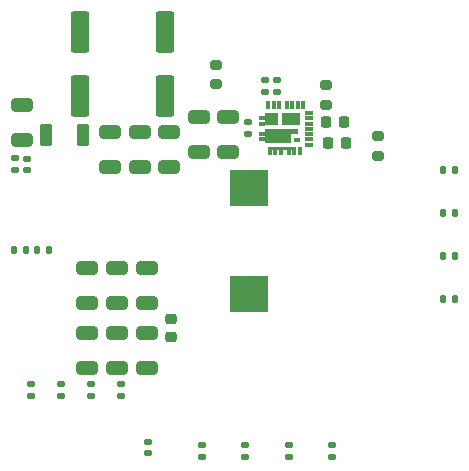
<source format=gtp>
%TF.GenerationSoftware,KiCad,Pcbnew,6.0.1-79c1e3a40b~116~ubuntu20.04.1*%
%TF.CreationDate,2022-01-22T21:44:09+01:00*%
%TF.ProjectId,Step_Down_Converter,53746570-5f44-46f7-976e-5f436f6e7665,rev?*%
%TF.SameCoordinates,Original*%
%TF.FileFunction,Paste,Top*%
%TF.FilePolarity,Positive*%
%FSLAX46Y46*%
G04 Gerber Fmt 4.6, Leading zero omitted, Abs format (unit mm)*
G04 Created by KiCad (PCBNEW 6.0.1-79c1e3a40b~116~ubuntu20.04.1) date 2022-01-22 21:44:09*
%MOMM*%
%LPD*%
G01*
G04 APERTURE LIST*
G04 Aperture macros list*
%AMRoundRect*
0 Rectangle with rounded corners*
0 $1 Rounding radius*
0 $2 $3 $4 $5 $6 $7 $8 $9 X,Y pos of 4 corners*
0 Add a 4 corners polygon primitive as box body*
4,1,4,$2,$3,$4,$5,$6,$7,$8,$9,$2,$3,0*
0 Add four circle primitives for the rounded corners*
1,1,$1+$1,$2,$3*
1,1,$1+$1,$4,$5*
1,1,$1+$1,$6,$7*
1,1,$1+$1,$8,$9*
0 Add four rect primitives between the rounded corners*
20,1,$1+$1,$2,$3,$4,$5,0*
20,1,$1+$1,$4,$5,$6,$7,0*
20,1,$1+$1,$6,$7,$8,$9,0*
20,1,$1+$1,$8,$9,$2,$3,0*%
%AMFreePoly0*
4,1,16,2.200035,0.362535,2.200050,0.362500,2.200050,0.087500,2.200035,0.087465,2.200000,0.087450,0.150000,0.087450,0.150000,-0.362500,-0.150000,-0.362500,-0.150000,0.087450,-0.150035,0.087465,-0.150050,0.087500,-0.150050,0.362500,-0.150035,0.362535,-0.150000,0.362550,2.200000,0.362550,2.200035,0.362535,2.200035,0.362535,$1*%
%AMFreePoly1*
4,1,13,0.500035,0.950035,0.500050,0.950000,0.500050,-0.625000,0.500035,-0.625035,0.500000,-0.625050,-0.550000,-0.625050,-0.550035,-0.625035,-0.550050,-0.625000,-0.550050,0.950000,-0.550035,0.950035,-0.550000,0.950050,0.500000,0.950050,0.500035,0.950035,0.500035,0.950035,$1*%
%AMFreePoly2*
4,1,13,0.500035,0.600035,0.500050,0.600000,0.500050,-0.550000,0.500035,-0.550035,0.500000,-0.550050,-0.550000,-0.550050,-0.550035,-0.550035,-0.550050,-0.550000,-0.550050,0.600000,-0.550035,0.600035,-0.550000,0.600050,0.500000,0.600050,0.500035,0.600035,0.500035,0.600035,$1*%
%AMFreePoly3*
4,1,17,0.550035,1.200035,0.550050,1.200000,0.550050,-1.625000,0.550035,-1.625035,0.550000,-1.625050,0.095000,-1.625050,0.094965,-1.625035,0.094950,-1.625000,0.094950,-0.975050,-0.650000,-0.975050,-0.650035,-0.975035,-0.650050,-0.975000,-0.650050,1.200000,-0.650035,1.200035,-0.650000,1.200050,0.550000,1.200050,0.550035,1.200035,0.550035,1.200035,$1*%
G04 Aperture macros list end*
%ADD10RoundRect,0.200000X0.275000X-0.200000X0.275000X0.200000X-0.275000X0.200000X-0.275000X-0.200000X0*%
%ADD11RoundRect,0.135000X-0.135000X-0.185000X0.135000X-0.185000X0.135000X0.185000X-0.135000X0.185000X0*%
%ADD12RoundRect,0.250000X-0.650000X0.325000X-0.650000X-0.325000X0.650000X-0.325000X0.650000X0.325000X0*%
%ADD13RoundRect,0.135000X-0.185000X0.135000X-0.185000X-0.135000X0.185000X-0.135000X0.185000X0.135000X0*%
%ADD14RoundRect,0.147500X0.147500X0.172500X-0.147500X0.172500X-0.147500X-0.172500X0.147500X-0.172500X0*%
%ADD15RoundRect,0.135000X0.185000X-0.135000X0.185000X0.135000X-0.185000X0.135000X-0.185000X-0.135000X0*%
%ADD16RoundRect,0.250000X0.550000X-1.500000X0.550000X1.500000X-0.550000X1.500000X-0.550000X-1.500000X0*%
%ADD17RoundRect,0.135000X0.135000X0.185000X-0.135000X0.185000X-0.135000X-0.185000X0.135000X-0.185000X0*%
%ADD18RoundRect,0.250000X0.650000X-0.325000X0.650000X0.325000X-0.650000X0.325000X-0.650000X-0.325000X0*%
%ADD19RoundRect,0.140000X0.170000X-0.140000X0.170000X0.140000X-0.170000X0.140000X-0.170000X-0.140000X0*%
%ADD20R,3.251000X3.124000*%
%ADD21RoundRect,0.140000X-0.170000X0.140000X-0.170000X-0.140000X0.170000X-0.140000X0.170000X0.140000X0*%
%ADD22RoundRect,0.225000X-0.250000X0.225000X-0.250000X-0.225000X0.250000X-0.225000X0.250000X0.225000X0*%
%ADD23R,0.550000X0.300000*%
%ADD24FreePoly0,0.000000*%
%ADD25R,0.300000X0.725000*%
%ADD26R,0.300000X0.730000*%
%ADD27R,0.725000X0.300000*%
%ADD28FreePoly1,90.000000*%
%ADD29FreePoly2,90.000000*%
%ADD30FreePoly3,90.000000*%
%ADD31R,0.580000X0.380000*%
%ADD32RoundRect,0.225000X-0.225000X-0.250000X0.225000X-0.250000X0.225000X0.250000X-0.225000X0.250000X0*%
%ADD33RoundRect,0.147500X-0.172500X0.147500X-0.172500X-0.147500X0.172500X-0.147500X0.172500X0.147500X0*%
%ADD34RoundRect,0.250000X-0.275000X-0.700000X0.275000X-0.700000X0.275000X0.700000X-0.275000X0.700000X0*%
G04 APERTURE END LIST*
D10*
X200775000Y-116225000D03*
X200775000Y-114575000D03*
D11*
X174390000Y-128500000D03*
X175410000Y-128500000D03*
D12*
X185000000Y-118525000D03*
X185000000Y-121475000D03*
D13*
X174450000Y-120765000D03*
X174450000Y-121785000D03*
D12*
X192500000Y-117275000D03*
X192500000Y-120225000D03*
D14*
X177285000Y-128500000D03*
X176315000Y-128500000D03*
D15*
X193945000Y-146010000D03*
X193945000Y-144990000D03*
D16*
X187125000Y-115450000D03*
X187125000Y-110050000D03*
D15*
X196625000Y-115135000D03*
X196625000Y-114115000D03*
X190262000Y-146010000D03*
X190262000Y-144990000D03*
D17*
X211710000Y-132675000D03*
X210690000Y-132675000D03*
D18*
X180525000Y-133025000D03*
X180525000Y-130075000D03*
D19*
X195609000Y-115105000D03*
X195609000Y-114145000D03*
D13*
X175775000Y-139851000D03*
X175775000Y-140871000D03*
D10*
X205175000Y-120525000D03*
X205175000Y-118875000D03*
D18*
X183065000Y-133025000D03*
X183065000Y-130075000D03*
D20*
X194250000Y-123279500D03*
X194250000Y-132220500D03*
D13*
X180855000Y-139851000D03*
X180855000Y-140871000D03*
D12*
X183065000Y-135575000D03*
X183065000Y-138525000D03*
D15*
X197628000Y-146010000D03*
X197628000Y-144990000D03*
D12*
X187500000Y-118525000D03*
X187500000Y-121475000D03*
D10*
X191475000Y-114475000D03*
X191475000Y-112825000D03*
D13*
X183395000Y-139851000D03*
X183395000Y-140871000D03*
D18*
X175075000Y-119175000D03*
X175075000Y-116225000D03*
D12*
X185605000Y-135575000D03*
X185605000Y-138525000D03*
D21*
X185740800Y-144740000D03*
X185740800Y-145700000D03*
D12*
X180525000Y-135575000D03*
X180525000Y-138525000D03*
D22*
X187647000Y-134331000D03*
X187647000Y-135881000D03*
D23*
X195337500Y-117360000D03*
X195337500Y-117810000D03*
X195337500Y-118710000D03*
X195337500Y-119160000D03*
D24*
X196037500Y-120122500D03*
D25*
X196487500Y-120122500D03*
X196937500Y-120122500D03*
X197637500Y-120122500D03*
X198087500Y-120122500D03*
D26*
X198537500Y-120122500D03*
D27*
X199300500Y-119612500D03*
X199300500Y-119162500D03*
X199300500Y-118712500D03*
X199300500Y-118262500D03*
X199300500Y-117812500D03*
X199300500Y-117362500D03*
X199300500Y-116912500D03*
D25*
X198837500Y-116250000D03*
X198387500Y-116250000D03*
X197937500Y-116250000D03*
X197487500Y-116250000D03*
X196787500Y-116250000D03*
X196337500Y-116250000D03*
X195887500Y-116250000D03*
D28*
X198012500Y-117410000D03*
D29*
X196212500Y-117410000D03*
D30*
X196812500Y-118810000D03*
D31*
X198347500Y-119177500D03*
D32*
X200750000Y-117675000D03*
X202300000Y-117675000D03*
D21*
X194187750Y-117707500D03*
X194187750Y-118667500D03*
D33*
X175450000Y-120790000D03*
X175450000Y-121760000D03*
D17*
X211710000Y-125375000D03*
X210690000Y-125375000D03*
D13*
X178315000Y-139851000D03*
X178315000Y-140871000D03*
D12*
X190000000Y-117275000D03*
X190000000Y-120225000D03*
D34*
X177075000Y-118800000D03*
X180225000Y-118800000D03*
D16*
X179950000Y-115450000D03*
X179950000Y-110050000D03*
D12*
X182500000Y-118525000D03*
X182500000Y-121475000D03*
D17*
X211710000Y-121725000D03*
X210690000Y-121725000D03*
D15*
X201311000Y-146010000D03*
X201311000Y-144990000D03*
D18*
X185605000Y-133025000D03*
X185605000Y-130075000D03*
D17*
X211710000Y-129025000D03*
X210690000Y-129025000D03*
D32*
X200905750Y-119450000D03*
X202455750Y-119450000D03*
M02*

</source>
